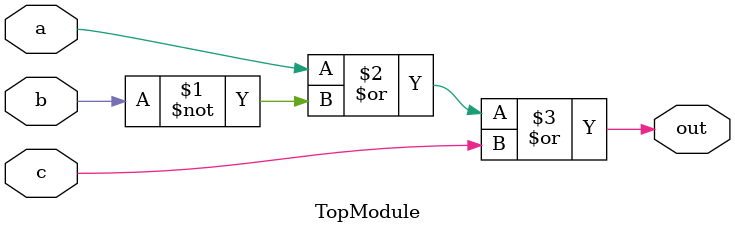
<source format=sv>
module TopModule
(
  input  logic a,
  input  logic b,
  input  logic c,
  output logic out
);

  // Combinational logic

  assign out = a | ~b | c;

endmodule
</source>
